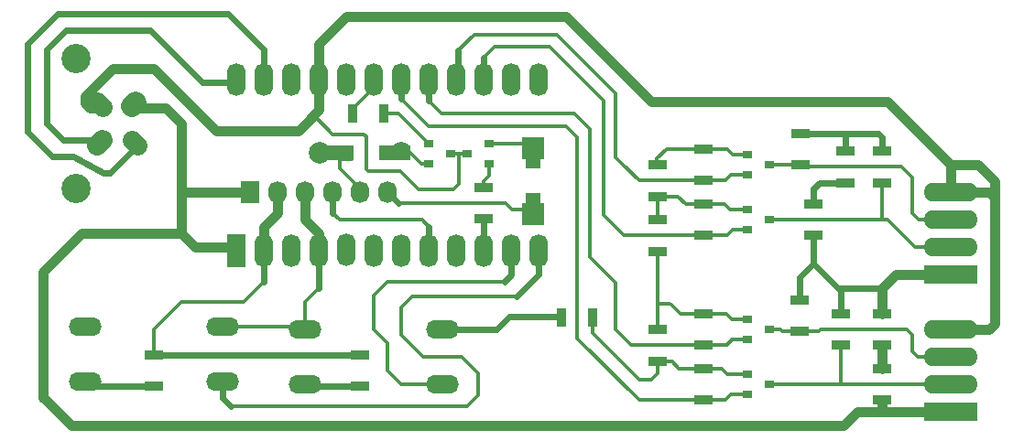
<source format=gbr>
G04 #@! TF.FileFunction,Copper,L1,Top,Signal*
%FSLAX46Y46*%
G04 Gerber Fmt 4.6, Leading zero omitted, Abs format (unit mm)*
G04 Created by KiCad (PCBNEW 4.0.4-stable) date 12/14/16 08:45:42*
%MOMM*%
%LPD*%
G01*
G04 APERTURE LIST*
%ADD10C,0.100000*%
%ADD11O,3.048000X1.727200*%
%ADD12C,1.800000*%
%ADD13C,2.000000*%
%ADD14C,1.824000*%
%ADD15C,2.700020*%
%ADD16O,1.727200X3.032000*%
%ADD17R,1.727200X3.032000*%
%ADD18R,5.000000X1.727200*%
%ADD19O,5.000000X1.727200*%
%ADD20R,0.900000X1.700000*%
%ADD21R,2.999740X1.399540*%
%ADD22C,1.750000*%
%ADD23C,1.998980*%
%ADD24R,1.700000X0.900000*%
%ADD25R,1.399540X2.999740*%
%ADD26R,1.998980X1.998980*%
%ADD27R,0.900000X0.800000*%
%ADD28R,1.727200X2.032000*%
%ADD29O,1.727200X2.032000*%
%ADD30C,0.900000*%
%ADD31C,0.600000*%
%ADD32C,0.300000*%
G04 APERTURE END LIST*
D10*
D11*
X138430000Y-114300000D03*
X138430000Y-109220000D03*
X125730000Y-114300000D03*
X125730000Y-109220000D03*
D12*
X110187619Y-92168040D02*
X109692645Y-91673066D01*
D13*
X110054683Y-88163474D02*
X109684159Y-88533998D01*
D12*
X106976566Y-88610644D02*
X106481592Y-88115670D01*
D14*
X107032855Y-91658645D02*
X106537881Y-92153619D01*
D15*
X104521000Y-96169480D03*
X104521000Y-84170520D03*
D16*
X119380000Y-86060000D03*
X121920000Y-86060000D03*
X124460000Y-86060000D03*
X127000000Y-86060000D03*
X129540000Y-86060000D03*
X132080000Y-86060000D03*
X134620000Y-86060000D03*
X137160000Y-86060000D03*
X139700000Y-86060000D03*
X142240000Y-86060000D03*
X144780000Y-86060000D03*
X147320000Y-86060000D03*
D17*
X119380000Y-101900000D03*
D16*
X121920000Y-101900000D03*
X124460000Y-101900000D03*
X127000000Y-101900000D03*
X129540000Y-101800000D03*
X132080000Y-101900000D03*
X134620000Y-101900000D03*
X137160000Y-101900000D03*
X139700000Y-101900000D03*
X142240000Y-101900000D03*
X144780000Y-101900000D03*
X147320000Y-101900000D03*
D18*
X185420000Y-116840000D03*
D19*
X185420000Y-114300000D03*
X185420000Y-111760000D03*
X185420000Y-109220000D03*
D18*
X185420000Y-104140000D03*
D19*
X185420000Y-101600000D03*
X185420000Y-99060000D03*
X185420000Y-96520000D03*
D20*
X133022000Y-89242900D03*
X130122000Y-89242900D03*
D21*
X133982460Y-92900500D03*
X128780540Y-92900500D03*
D22*
X134594600Y-92671900D03*
D23*
X127063500Y-92900500D03*
D24*
X142240000Y-96086000D03*
X142240000Y-98986000D03*
D25*
X146812000Y-92903040D03*
X146812000Y-98044000D03*
D26*
X146812000Y-92456000D03*
X146812000Y-98552000D03*
D24*
X162560000Y-115750000D03*
X162560000Y-112850000D03*
X162560000Y-100510000D03*
X162560000Y-97610000D03*
X162560000Y-110670000D03*
X162560000Y-107770000D03*
X162560000Y-95430000D03*
X162560000Y-92530000D03*
X175260000Y-110670000D03*
X175260000Y-107770000D03*
X179070000Y-95620500D03*
X179070000Y-92720500D03*
X171450000Y-109400000D03*
X171450000Y-106500000D03*
X171513500Y-93969500D03*
X171513500Y-91069500D03*
D27*
X137176000Y-92014000D03*
X137176000Y-93914000D03*
X139176000Y-92964000D03*
X142732000Y-93914000D03*
X142732000Y-92014000D03*
X140732000Y-92964000D03*
X166640000Y-113350000D03*
X166640000Y-115250000D03*
X168640000Y-114300000D03*
X166640000Y-98110000D03*
X166640000Y-100010000D03*
X168640000Y-99060000D03*
X166640000Y-108270000D03*
X166640000Y-110170000D03*
X168640000Y-109220000D03*
X166640000Y-93030000D03*
X166640000Y-94930000D03*
X168640000Y-93980000D03*
D11*
X118110000Y-114046000D03*
X118110000Y-108966000D03*
X105410000Y-114046000D03*
X105410000Y-108966000D03*
D24*
X111760000Y-114480000D03*
X111760000Y-111580000D03*
X130810000Y-114480000D03*
X130810000Y-111580000D03*
D28*
X120650000Y-96520000D03*
D29*
X123190000Y-96520000D03*
X125730000Y-96520000D03*
X128270000Y-96520000D03*
X130810000Y-96520000D03*
X133350000Y-96520000D03*
D24*
X158305500Y-112130500D03*
X158305500Y-109230500D03*
X158305500Y-99070500D03*
X158305500Y-101970500D03*
X158305500Y-96890500D03*
X158305500Y-93990500D03*
D20*
X149426000Y-108077000D03*
X152326000Y-108077000D03*
D24*
X172720000Y-100510000D03*
X172720000Y-97610000D03*
X175704500Y-95620500D03*
X175704500Y-92720500D03*
X179070000Y-110670000D03*
X179070000Y-107770000D03*
X179070000Y-115750000D03*
X179070000Y-112850000D03*
D30*
X179070000Y-116840000D02*
X179070000Y-115750000D01*
X179070000Y-110670000D02*
X179070000Y-112850000D01*
D31*
X175260000Y-107770000D02*
X175260000Y-105410000D01*
X175260000Y-105410000D02*
X175006000Y-105410000D01*
X179070000Y-105410000D02*
X175006000Y-105410000D01*
X175006000Y-105410000D02*
X172720000Y-103124000D01*
D30*
X179070000Y-107770000D02*
X179070000Y-105410000D01*
X180340000Y-104140000D02*
X185420000Y-104140000D01*
X179070000Y-105410000D02*
X180340000Y-104140000D01*
X180594000Y-116840000D02*
X179070000Y-116840000D01*
X179070000Y-116840000D02*
X176784000Y-116840000D01*
X176784000Y-116840000D02*
X175514000Y-118110000D01*
X175260000Y-118110000D02*
X175514000Y-118110000D01*
X104140000Y-118110000D02*
X175514000Y-118110000D01*
X101536500Y-115570000D02*
X101536500Y-103886000D01*
X101536500Y-103886000D02*
X105092500Y-100330000D01*
X105092500Y-100330000D02*
X114300000Y-100330000D01*
X101600000Y-115570000D02*
X104140000Y-118110000D01*
X101536500Y-115570000D02*
X101600000Y-115570000D01*
D31*
X175704500Y-92720500D02*
X175704500Y-91069500D01*
X175514000Y-91186000D02*
X175514000Y-91069500D01*
X175588000Y-91186000D02*
X175514000Y-91186000D01*
X175704500Y-91069500D02*
X175588000Y-91186000D01*
X171513500Y-91069500D02*
X175514000Y-91069500D01*
X175514000Y-91069500D02*
X178699500Y-91069500D01*
X179070000Y-91440000D02*
X179070000Y-92720500D01*
X178699500Y-91069500D02*
X179070000Y-91440000D01*
X171450000Y-106500000D02*
X171450000Y-104394000D01*
X171450000Y-104394000D02*
X172720000Y-103124000D01*
X172720000Y-103124000D02*
X172720000Y-100510000D01*
D30*
X185420000Y-116840000D02*
X180594000Y-116840000D01*
D31*
X114300000Y-100330000D02*
X114173000Y-100203000D01*
X114173000Y-99822000D02*
X114300000Y-99822000D01*
X114173000Y-100203000D02*
X114173000Y-99822000D01*
X172720000Y-97610000D02*
X172720000Y-96202500D01*
X173302000Y-95620500D02*
X175704500Y-95620500D01*
X172720000Y-96202500D02*
X173302000Y-95620500D01*
D30*
X120650000Y-96520000D02*
X114300000Y-96520000D01*
X109420000Y-88720000D02*
X112850000Y-88720000D01*
X115570000Y-101600000D02*
X119380000Y-101600000D01*
X114935000Y-100965000D02*
X115570000Y-101600000D01*
X114300000Y-100330000D02*
X114935000Y-100965000D01*
X114300000Y-90170000D02*
X114300000Y-96520000D01*
X114300000Y-96520000D02*
X114300000Y-99822000D01*
X114300000Y-99822000D02*
X114300000Y-100330000D01*
X112850000Y-88720000D02*
X114300000Y-90170000D01*
X185420000Y-93980000D02*
X187960000Y-93980000D01*
X189484000Y-95504000D02*
X189484000Y-97028000D01*
X187960000Y-93980000D02*
X189484000Y-95504000D01*
X179578000Y-88138000D02*
X157734000Y-88138000D01*
X157734000Y-88138000D02*
X156718000Y-87122000D01*
X185420000Y-96520000D02*
X185420000Y-93980000D01*
X185420000Y-93980000D02*
X179578000Y-88138000D01*
X149860000Y-80264000D02*
X156718000Y-87122000D01*
X127000000Y-82804000D02*
X129540000Y-80264000D01*
X129540000Y-80264000D02*
X149860000Y-80264000D01*
X127000000Y-86360000D02*
X127000000Y-82804000D01*
D32*
X111760000Y-111580000D02*
X111760000Y-109220000D01*
X121920000Y-104775000D02*
X120015000Y-106680000D01*
X120015000Y-106680000D02*
X114300000Y-106680000D01*
X114300000Y-106680000D02*
X111760000Y-109220000D01*
D31*
X121920000Y-104775000D02*
X121920000Y-101600000D01*
X111760000Y-111580000D02*
X130810000Y-111580000D01*
D30*
X185420000Y-96520000D02*
X188976000Y-96520000D01*
X188976000Y-96520000D02*
X189484000Y-97028000D01*
X188976000Y-109220000D02*
X185420000Y-109220000D01*
X189484000Y-97028000D02*
X189484000Y-108712000D01*
X189484000Y-108712000D02*
X188976000Y-109220000D01*
D32*
X139941300Y-92964000D02*
X139941300Y-95707200D01*
X128295400Y-91135200D02*
X126530100Y-89369900D01*
X131140200Y-91135200D02*
X128295400Y-91135200D01*
X131368800Y-91363800D02*
X131140200Y-91135200D01*
X131368800Y-94373700D02*
X131368800Y-91363800D01*
X131546600Y-94551500D02*
X131368800Y-94373700D01*
X134518400Y-94551500D02*
X131546600Y-94551500D01*
X136207500Y-96240600D02*
X134518400Y-94551500D01*
X139407900Y-96240600D02*
X136207500Y-96240600D01*
X139941300Y-95707200D02*
X139407900Y-96240600D01*
X139176000Y-92964000D02*
X139941300Y-92964000D01*
X139941300Y-92964000D02*
X140732000Y-92964000D01*
D30*
X121920000Y-101600000D02*
X121920000Y-99695000D01*
X121920000Y-99695000D02*
X123190000Y-98425000D01*
X123190000Y-98425000D02*
X123190000Y-96520000D01*
X117475000Y-90805000D02*
X125095000Y-90805000D01*
X117475000Y-90805000D02*
X111760000Y-85090000D01*
X111760000Y-85090000D02*
X107950000Y-85090000D01*
X107950000Y-85090000D02*
X105410000Y-87630000D01*
X105410000Y-87630000D02*
X105410000Y-88265000D01*
X105410000Y-88265000D02*
X105845000Y-88700000D01*
X125095000Y-90805000D02*
X126530100Y-89369900D01*
X127000000Y-88900000D02*
X127000000Y-86360000D01*
X126238000Y-89662000D02*
X127000000Y-88900000D01*
X126530100Y-89369900D02*
X126238000Y-89662000D01*
X105845000Y-88700000D02*
X107021020Y-88700000D01*
D32*
X130122000Y-89408000D02*
X130122000Y-88826000D01*
X130122000Y-88826000D02*
X132080000Y-86868000D01*
X132080000Y-86868000D02*
X132080000Y-86360000D01*
X132080000Y-87122000D02*
X132080000Y-86360000D01*
X162560000Y-115750000D02*
X164581500Y-115750000D01*
X165081500Y-115250000D02*
X166640000Y-115250000D01*
X164581500Y-115750000D02*
X165081500Y-115250000D01*
X156654500Y-115750000D02*
X156580500Y-115750000D01*
X156580500Y-115750000D02*
X150876000Y-110045500D01*
X150876000Y-91440000D02*
X150876000Y-110045500D01*
D31*
X134620000Y-86360000D02*
X134620000Y-87884000D01*
D32*
X137160000Y-90424000D02*
X149860000Y-90424000D01*
X134620000Y-87884000D02*
X137160000Y-90424000D01*
X160200000Y-115750000D02*
X162560000Y-115750000D01*
X149860000Y-90424000D02*
X150876000Y-91440000D01*
X156654500Y-115750000D02*
X160200000Y-115750000D01*
X156972000Y-110670000D02*
X155882000Y-110670000D01*
X154432000Y-104902000D02*
X152400000Y-102870000D01*
X154432000Y-109220000D02*
X154432000Y-104902000D01*
X155882000Y-110670000D02*
X154432000Y-109220000D01*
X162560000Y-110670000D02*
X164708500Y-110670000D01*
X165208500Y-110170000D02*
X166640000Y-110170000D01*
X164708500Y-110670000D02*
X165208500Y-110170000D01*
X162560000Y-110670000D02*
X156972000Y-110670000D01*
D31*
X137160000Y-88074500D02*
X137160000Y-86360000D01*
D32*
X138303000Y-89217500D02*
X137160000Y-88074500D01*
X150622000Y-89217500D02*
X138303000Y-89217500D01*
X152082500Y-90678000D02*
X150622000Y-89217500D01*
X152082500Y-102552500D02*
X152082500Y-90678000D01*
X152400000Y-102870000D02*
X152082500Y-102552500D01*
X137160000Y-86360000D02*
X137160000Y-87376000D01*
X148971000Y-81915000D02*
X154432000Y-87376000D01*
X141351000Y-81915000D02*
X148971000Y-81915000D01*
X155003500Y-93853000D02*
X154432000Y-93281500D01*
X154432000Y-93281500D02*
X154432000Y-87376000D01*
X162560000Y-95430000D02*
X156580500Y-95430000D01*
X156580500Y-95430000D02*
X155003500Y-93853000D01*
X162560000Y-95430000D02*
X164602500Y-95430000D01*
X165102500Y-94930000D02*
X166640000Y-94930000D01*
X164602500Y-95430000D02*
X165102500Y-94930000D01*
D31*
X139890500Y-83375500D02*
X139890500Y-86169500D01*
D32*
X141351000Y-81915000D02*
X139890500Y-83375500D01*
X139890500Y-86169500D02*
X139700000Y-86360000D01*
X153479500Y-98806000D02*
X153289000Y-98615500D01*
X153289000Y-98615500D02*
X153289000Y-88011000D01*
X148590000Y-83312000D02*
X148336000Y-83058000D01*
X142240000Y-84074000D02*
X143256000Y-83058000D01*
D31*
X142240000Y-86360000D02*
X142240000Y-84074000D01*
D32*
X143256000Y-83058000D02*
X148082000Y-83058000D01*
X148590000Y-83312000D02*
X153289000Y-88011000D01*
X148336000Y-83058000D02*
X148082000Y-83058000D01*
X162560000Y-100510000D02*
X164729500Y-100510000D01*
X165229500Y-100010000D02*
X166640000Y-100010000D01*
X164729500Y-100510000D02*
X165229500Y-100010000D01*
X155183500Y-100510000D02*
X162560000Y-100510000D01*
X153479500Y-98806000D02*
X155183500Y-100510000D01*
X142240000Y-86360000D02*
X142240000Y-84836000D01*
X158305500Y-106807000D02*
X159448500Y-106807000D01*
X159448500Y-106807000D02*
X159575500Y-106934000D01*
X157353000Y-113855500D02*
X157734000Y-113855500D01*
X157734000Y-113855500D02*
X158305500Y-113284000D01*
X156654500Y-113855500D02*
X157353000Y-113855500D01*
X152326000Y-109527000D02*
X156654500Y-113855500D01*
X158305500Y-112130500D02*
X158305500Y-113284000D01*
X152326000Y-109527000D02*
X152326000Y-108077000D01*
X162560000Y-112850000D02*
X160284500Y-112850000D01*
X160284500Y-112850000D02*
X159628500Y-112194000D01*
X159628500Y-112194000D02*
X158305500Y-112130500D01*
X162560000Y-107770000D02*
X160411500Y-107770000D01*
X160411500Y-107770000D02*
X159575500Y-106934000D01*
X158305500Y-96890500D02*
X160200000Y-96890500D01*
X160919500Y-97610000D02*
X162560000Y-97610000D01*
X160200000Y-96890500D02*
X160919500Y-97610000D01*
X162560000Y-92530000D02*
X159141500Y-92530000D01*
X158263000Y-93408500D02*
X158263000Y-93948000D01*
X159141500Y-92530000D02*
X158263000Y-93408500D01*
X158263000Y-93948000D02*
X158305500Y-93990500D01*
X158305500Y-99070500D02*
X158305500Y-96890500D01*
X158305500Y-109230500D02*
X158305500Y-106807000D01*
X158305500Y-106807000D02*
X158305500Y-105664000D01*
X158305500Y-105664000D02*
X158305500Y-101970500D01*
X162560000Y-92530000D02*
X164729500Y-92530000D01*
X165229500Y-93030000D02*
X166640000Y-93030000D01*
X164729500Y-92530000D02*
X165229500Y-93030000D01*
X162560000Y-97610000D02*
X164475500Y-97610000D01*
X164475500Y-97610000D02*
X164975500Y-98110000D01*
X164975500Y-98110000D02*
X166640000Y-98110000D01*
X162560000Y-107770000D02*
X164645000Y-107770000D01*
X165145000Y-108270000D02*
X166640000Y-108270000D01*
X164645000Y-107770000D02*
X165145000Y-108270000D01*
X162560000Y-112850000D02*
X164221500Y-112850000D01*
X164721500Y-113350000D02*
X166640000Y-113350000D01*
X164221500Y-112850000D02*
X164721500Y-113350000D01*
X152326000Y-108077000D02*
X152326000Y-108892000D01*
D31*
X138430000Y-109220000D02*
X143383000Y-109220000D01*
X144589500Y-108013500D02*
X149362500Y-108013500D01*
X143383000Y-109220000D02*
X144589500Y-108013500D01*
D32*
X149362500Y-108013500D02*
X149426000Y-108077000D01*
D30*
X127000000Y-101600000D02*
X127000000Y-100330000D01*
X125730000Y-99060000D02*
X125730000Y-96520000D01*
X127000000Y-100330000D02*
X125730000Y-99060000D01*
D31*
X127000000Y-101600000D02*
X127000000Y-105410000D01*
D32*
X125730000Y-106680000D02*
X125730000Y-109220000D01*
X127000000Y-105410000D02*
X125730000Y-106680000D01*
X118110000Y-108966000D02*
X125476000Y-108966000D01*
X125476000Y-108966000D02*
X125730000Y-109220000D01*
D31*
X128270000Y-96520000D02*
X128270000Y-98425000D01*
X137160000Y-99695000D02*
X137160000Y-101600000D01*
D32*
X136525000Y-99060000D02*
X137160000Y-99695000D01*
X128905000Y-99060000D02*
X136525000Y-99060000D01*
X128270000Y-98425000D02*
X128905000Y-99060000D01*
X130810000Y-96520000D02*
X130810000Y-96139000D01*
X130810000Y-96139000D02*
X128971040Y-94300040D01*
X128971040Y-94300040D02*
X128971040Y-92964000D01*
X130048000Y-93472000D02*
X128971040Y-93472000D01*
X146812000Y-98104960D02*
X144840960Y-98104960D01*
D31*
X134366000Y-97536000D02*
X133350000Y-96520000D01*
D32*
X144272000Y-97536000D02*
X134366000Y-97536000D01*
X144840960Y-98104960D02*
X144272000Y-97536000D01*
X179070000Y-95620500D02*
X179070000Y-99060000D01*
X168640000Y-99060000D02*
X179070000Y-99060000D01*
X179070000Y-99060000D02*
X179578000Y-99060000D01*
X179578000Y-99060000D02*
X182118000Y-101600000D01*
X182118000Y-101600000D02*
X185420000Y-101600000D01*
X178943000Y-95747500D02*
X179070000Y-95620500D01*
X168640000Y-93980000D02*
X171503000Y-93980000D01*
X171503000Y-93980000D02*
X171513500Y-93969500D01*
X171704000Y-94160000D02*
X180837500Y-94160000D01*
X180837500Y-94160000D02*
X181864000Y-95186500D01*
X181864000Y-95186500D02*
X181864000Y-98488500D01*
X181864000Y-98488500D02*
X182435500Y-99060000D01*
X182435500Y-99060000D02*
X185420000Y-99060000D01*
X171704000Y-94160000D02*
X171513500Y-93969500D01*
X137176000Y-93914000D02*
X136484400Y-93914000D01*
X136484400Y-93914000D02*
X135470900Y-92900500D01*
X135470900Y-92900500D02*
X133982460Y-92900500D01*
X137176000Y-92014000D02*
X137149800Y-92014000D01*
X137149800Y-92014000D02*
X134378700Y-89242900D01*
X134378700Y-89242900D02*
X133022000Y-89242900D01*
X142732000Y-92014000D02*
X145922960Y-92014000D01*
X145922960Y-92014000D02*
X146812000Y-92903040D01*
X142732000Y-93914000D02*
X142732000Y-95012000D01*
X142240000Y-95504000D02*
X142240000Y-96086000D01*
X142732000Y-95012000D02*
X142240000Y-95504000D01*
X175260000Y-114300000D02*
X185420000Y-114300000D01*
X175260000Y-110670000D02*
X175260000Y-114300000D01*
X168640000Y-114300000D02*
X175260000Y-114300000D01*
X183388000Y-114300000D02*
X185420000Y-114300000D01*
X171450000Y-109400000D02*
X173175000Y-109400000D01*
X182372000Y-111760000D02*
X185420000Y-111760000D01*
X181864000Y-111252000D02*
X182372000Y-111760000D01*
X181864000Y-109728000D02*
X181864000Y-111252000D01*
X181356000Y-109220000D02*
X181864000Y-109728000D01*
X173355000Y-109220000D02*
X181356000Y-109220000D01*
X173175000Y-109400000D02*
X173355000Y-109220000D01*
X185166000Y-112014000D02*
X185420000Y-111760000D01*
X185166000Y-112014000D02*
X185420000Y-111760000D01*
X168640000Y-109220000D02*
X169672000Y-109220000D01*
X169852000Y-109400000D02*
X171450000Y-109400000D01*
X169672000Y-109220000D02*
X169852000Y-109400000D01*
D31*
X109321600Y-93116400D02*
X109728000Y-92710000D01*
X109728000Y-92710000D02*
X109728000Y-91567000D01*
X107696000Y-94742000D02*
X107061000Y-94742000D01*
X108712000Y-93726000D02*
X109321600Y-93116400D01*
X108712000Y-93726000D02*
X107696000Y-94742000D01*
X104267000Y-93218000D02*
X102333985Y-93189985D01*
X107061000Y-94742000D02*
X104267000Y-93218000D01*
X102616000Y-80264000D02*
X102870000Y-80010000D01*
X118618000Y-80010000D02*
X118872000Y-80264000D01*
X102870000Y-80010000D02*
X118618000Y-80010000D01*
X121920000Y-86360000D02*
X121920000Y-83312000D01*
X100076000Y-90932000D02*
X102333985Y-93189985D01*
D32*
X102333985Y-93189985D02*
X102362000Y-93218000D01*
D31*
X100076000Y-82804000D02*
X100076000Y-90932000D01*
X102616000Y-80264000D02*
X100076000Y-82804000D01*
X121920000Y-83312000D02*
X118872000Y-80264000D01*
X103378000Y-81788000D02*
X103632000Y-81534000D01*
X111379000Y-81534000D02*
X111633000Y-81788000D01*
X103632000Y-81534000D02*
X111379000Y-81534000D01*
X102108000Y-90424000D02*
X101854000Y-90170000D01*
X101854000Y-83312000D02*
X103378000Y-81788000D01*
X101854000Y-90170000D02*
X101854000Y-83312000D01*
X119380000Y-86360000D02*
X116205000Y-86360000D01*
X103324000Y-91640000D02*
X107021020Y-91640000D01*
X102108000Y-90424000D02*
X103324000Y-91640000D01*
X116205000Y-86360000D02*
X111633000Y-81788000D01*
D32*
X136652000Y-111760000D02*
X140208000Y-111760000D01*
X140208000Y-111760000D02*
X140716000Y-112268000D01*
D31*
X118872000Y-116332000D02*
X118364000Y-115824000D01*
D32*
X140716000Y-116332000D02*
X118872000Y-116332000D01*
X141732000Y-115316000D02*
X140716000Y-116332000D01*
X141732000Y-113284000D02*
X141732000Y-115316000D01*
X140716000Y-112268000D02*
X141732000Y-113284000D01*
D31*
X111760000Y-114480000D02*
X105844000Y-114480000D01*
D32*
X105844000Y-114480000D02*
X105410000Y-114046000D01*
D31*
X145288000Y-106172000D02*
X147320000Y-104140000D01*
D32*
X135636000Y-106172000D02*
X145288000Y-106172000D01*
X134620000Y-107188000D02*
X135636000Y-106172000D01*
X134620000Y-109728000D02*
X134620000Y-107188000D01*
X136652000Y-111760000D02*
X134620000Y-109728000D01*
D31*
X118110000Y-114046000D02*
X118110000Y-115570000D01*
D32*
X118110000Y-115570000D02*
X118364000Y-115824000D01*
D31*
X147320000Y-104140000D02*
X147320000Y-101600000D01*
X142240000Y-98986000D02*
X142240000Y-101600000D01*
D32*
X138430000Y-114300000D02*
X134620000Y-114300000D01*
X133350000Y-113030000D02*
X133350000Y-110490000D01*
X134620000Y-114300000D02*
X133350000Y-113030000D01*
X133350000Y-110490000D02*
X132080000Y-109220000D01*
D31*
X144145000Y-104775000D02*
X144780000Y-104140000D01*
D32*
X133350000Y-104775000D02*
X144145000Y-104775000D01*
X132080000Y-106045000D02*
X133350000Y-104775000D01*
X132080000Y-109220000D02*
X132080000Y-106045000D01*
D31*
X144780000Y-104140000D02*
X144780000Y-101600000D01*
X130810000Y-114480000D02*
X125910000Y-114480000D01*
D32*
X125910000Y-114480000D02*
X125730000Y-114300000D01*
X138430000Y-114300000D02*
X137160000Y-114300000D01*
M02*

</source>
